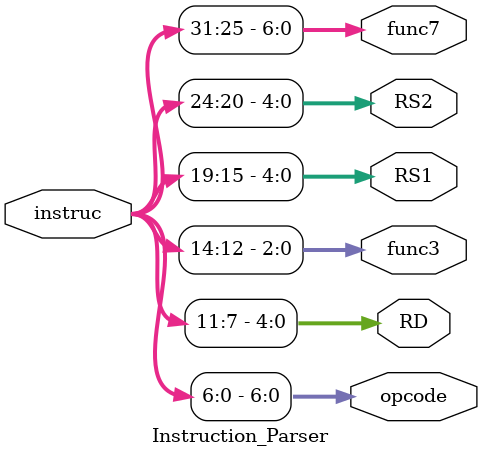
<source format=v>
`timescale 1ns / 1ps

module Instruction_Parser(instruc, opcode, RD, func3, RS1, RS2, func7);

//inputs:
input [31:0] instruc; // 32 bits

//outputs
output reg [6:0] opcode;  // 7 bits
output reg [4:0] RD;     // 5 bits
output reg [2:0] func3; // 3 bits
output reg [4:0] RS1;  // 5 bits
output reg [4:0] RS2; // 5 bits
output reg [6:0] func7; // 7 bits

//always statement
always @(instruc) //parameters which trigger reevaluation- their values change
begin

//splitting 32 bit instruction into its respective fields
opcode <= instruc [6:0];
RD <= instruc [11:7];
func3 <= instruc [14:12];
RS1 <= instruc [19:15];
RS2 <= instruc [24:20];
func7 <= instruc [31:25];

end
endmodule


</source>
